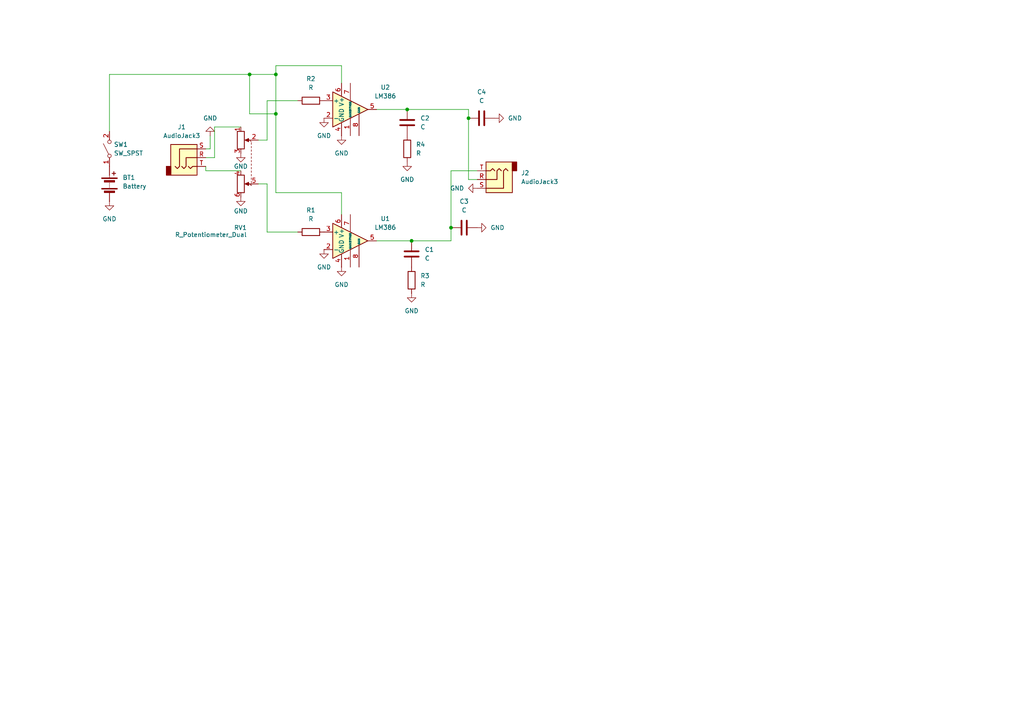
<source format=kicad_sch>
(kicad_sch
	(version 20250114)
	(generator "eeschema")
	(generator_version "9.0")
	(uuid "075c5cdb-a1bb-42a7-98e8-bdba96b0cf55")
	(paper "A4")
	(lib_symbols
		(symbol "Amplifier_Audio:LM386"
			(pin_names
				(offset 0.127)
			)
			(exclude_from_sim no)
			(in_bom yes)
			(on_board yes)
			(property "Reference" "U"
				(at 1.27 7.62 0)
				(effects
					(font
						(size 1.27 1.27)
					)
					(justify left)
				)
			)
			(property "Value" "LM386"
				(at 1.27 5.08 0)
				(effects
					(font
						(size 1.27 1.27)
					)
					(justify left)
				)
			)
			(property "Footprint" ""
				(at 2.54 2.54 0)
				(effects
					(font
						(size 1.27 1.27)
					)
					(hide yes)
				)
			)
			(property "Datasheet" "http://www.ti.com/lit/ds/symlink/lm386.pdf"
				(at 5.08 5.08 0)
				(effects
					(font
						(size 1.27 1.27)
					)
					(hide yes)
				)
			)
			(property "Description" "Low Voltage Audio Power Amplifier, DIP-8/SOIC-8/SSOP-8"
				(at 0 0 0)
				(effects
					(font
						(size 1.27 1.27)
					)
					(hide yes)
				)
			)
			(property "ki_keywords" "single Power opamp"
				(at 0 0 0)
				(effects
					(font
						(size 1.27 1.27)
					)
					(hide yes)
				)
			)
			(property "ki_fp_filters" "SOIC*3.9x4.9mm*P1.27mm* DIP*W7.62mm* MSSOP*P0.65mm* TSSOP*3x3mm*P0.5mm*"
				(at 0 0 0)
				(effects
					(font
						(size 1.27 1.27)
					)
					(hide yes)
				)
			)
			(symbol "LM386_0_1"
				(polyline
					(pts
						(xy 5.08 0) (xy -5.08 5.08) (xy -5.08 -5.08) (xy 5.08 0)
					)
					(stroke
						(width 0.254)
						(type default)
					)
					(fill
						(type background)
					)
				)
			)
			(symbol "LM386_1_1"
				(pin input line
					(at -7.62 2.54 0)
					(length 2.54)
					(name "+"
						(effects
							(font
								(size 1.27 1.27)
							)
						)
					)
					(number "3"
						(effects
							(font
								(size 1.27 1.27)
							)
						)
					)
				)
				(pin input line
					(at -7.62 -2.54 0)
					(length 2.54)
					(name "-"
						(effects
							(font
								(size 1.27 1.27)
							)
						)
					)
					(number "2"
						(effects
							(font
								(size 1.27 1.27)
							)
						)
					)
				)
				(pin power_in line
					(at -2.54 7.62 270)
					(length 3.81)
					(name "V+"
						(effects
							(font
								(size 1.27 1.27)
							)
						)
					)
					(number "6"
						(effects
							(font
								(size 1.27 1.27)
							)
						)
					)
				)
				(pin power_in line
					(at -2.54 -7.62 90)
					(length 3.81)
					(name "GND"
						(effects
							(font
								(size 1.27 1.27)
							)
						)
					)
					(number "4"
						(effects
							(font
								(size 1.27 1.27)
							)
						)
					)
				)
				(pin input line
					(at 0 7.62 270)
					(length 5.08)
					(name "BYPASS"
						(effects
							(font
								(size 0.508 0.508)
							)
						)
					)
					(number "7"
						(effects
							(font
								(size 1.27 1.27)
							)
						)
					)
				)
				(pin input line
					(at 0 -7.62 90)
					(length 5.08)
					(name "GAIN"
						(effects
							(font
								(size 0.508 0.508)
							)
						)
					)
					(number "1"
						(effects
							(font
								(size 1.27 1.27)
							)
						)
					)
				)
				(pin input line
					(at 2.54 -7.62 90)
					(length 6.35)
					(name "GAIN"
						(effects
							(font
								(size 0.508 0.508)
							)
						)
					)
					(number "8"
						(effects
							(font
								(size 1.27 1.27)
							)
						)
					)
				)
				(pin output line
					(at 7.62 0 180)
					(length 2.54)
					(name "~"
						(effects
							(font
								(size 1.27 1.27)
							)
						)
					)
					(number "5"
						(effects
							(font
								(size 1.27 1.27)
							)
						)
					)
				)
			)
			(embedded_fonts no)
		)
		(symbol "Connector_Audio:AudioJack3"
			(exclude_from_sim no)
			(in_bom yes)
			(on_board yes)
			(property "Reference" "J"
				(at 0 8.89 0)
				(effects
					(font
						(size 1.27 1.27)
					)
				)
			)
			(property "Value" "AudioJack3"
				(at 0 6.35 0)
				(effects
					(font
						(size 1.27 1.27)
					)
				)
			)
			(property "Footprint" ""
				(at 0 0 0)
				(effects
					(font
						(size 1.27 1.27)
					)
					(hide yes)
				)
			)
			(property "Datasheet" "~"
				(at 0 0 0)
				(effects
					(font
						(size 1.27 1.27)
					)
					(hide yes)
				)
			)
			(property "Description" "Audio Jack, 3 Poles (Stereo / TRS)"
				(at 0 0 0)
				(effects
					(font
						(size 1.27 1.27)
					)
					(hide yes)
				)
			)
			(property "ki_keywords" "audio jack receptacle stereo headphones phones TRS connector"
				(at 0 0 0)
				(effects
					(font
						(size 1.27 1.27)
					)
					(hide yes)
				)
			)
			(property "ki_fp_filters" "Jack*"
				(at 0 0 0)
				(effects
					(font
						(size 1.27 1.27)
					)
					(hide yes)
				)
			)
			(symbol "AudioJack3_0_1"
				(rectangle
					(start -5.08 -5.08)
					(end -6.35 -2.54)
					(stroke
						(width 0.254)
						(type default)
					)
					(fill
						(type outline)
					)
				)
				(polyline
					(pts
						(xy -1.905 -2.54) (xy -1.27 -3.175) (xy -0.635 -2.54) (xy -0.635 0) (xy 2.54 0)
					)
					(stroke
						(width 0.254)
						(type default)
					)
					(fill
						(type none)
					)
				)
				(polyline
					(pts
						(xy 0 -2.54) (xy 0.635 -3.175) (xy 1.27 -2.54) (xy 2.54 -2.54)
					)
					(stroke
						(width 0.254)
						(type default)
					)
					(fill
						(type none)
					)
				)
				(rectangle
					(start 2.54 3.81)
					(end -5.08 -5.08)
					(stroke
						(width 0.254)
						(type default)
					)
					(fill
						(type background)
					)
				)
				(polyline
					(pts
						(xy 2.54 2.54) (xy -2.54 2.54) (xy -2.54 -2.54) (xy -3.175 -3.175) (xy -3.81 -2.54)
					)
					(stroke
						(width 0.254)
						(type default)
					)
					(fill
						(type none)
					)
				)
			)
			(symbol "AudioJack3_1_1"
				(pin passive line
					(at 5.08 2.54 180)
					(length 2.54)
					(name "~"
						(effects
							(font
								(size 1.27 1.27)
							)
						)
					)
					(number "S"
						(effects
							(font
								(size 1.27 1.27)
							)
						)
					)
				)
				(pin passive line
					(at 5.08 0 180)
					(length 2.54)
					(name "~"
						(effects
							(font
								(size 1.27 1.27)
							)
						)
					)
					(number "R"
						(effects
							(font
								(size 1.27 1.27)
							)
						)
					)
				)
				(pin passive line
					(at 5.08 -2.54 180)
					(length 2.54)
					(name "~"
						(effects
							(font
								(size 1.27 1.27)
							)
						)
					)
					(number "T"
						(effects
							(font
								(size 1.27 1.27)
							)
						)
					)
				)
			)
			(embedded_fonts no)
		)
		(symbol "Device:Battery"
			(pin_numbers
				(hide yes)
			)
			(pin_names
				(offset 0)
				(hide yes)
			)
			(exclude_from_sim no)
			(in_bom yes)
			(on_board yes)
			(property "Reference" "BT"
				(at 2.54 2.54 0)
				(effects
					(font
						(size 1.27 1.27)
					)
					(justify left)
				)
			)
			(property "Value" "Battery"
				(at 2.54 0 0)
				(effects
					(font
						(size 1.27 1.27)
					)
					(justify left)
				)
			)
			(property "Footprint" ""
				(at 0 1.524 90)
				(effects
					(font
						(size 1.27 1.27)
					)
					(hide yes)
				)
			)
			(property "Datasheet" "~"
				(at 0 1.524 90)
				(effects
					(font
						(size 1.27 1.27)
					)
					(hide yes)
				)
			)
			(property "Description" "Multiple-cell battery"
				(at 0 0 0)
				(effects
					(font
						(size 1.27 1.27)
					)
					(hide yes)
				)
			)
			(property "ki_keywords" "batt voltage-source cell"
				(at 0 0 0)
				(effects
					(font
						(size 1.27 1.27)
					)
					(hide yes)
				)
			)
			(symbol "Battery_0_1"
				(rectangle
					(start -2.286 1.778)
					(end 2.286 1.524)
					(stroke
						(width 0)
						(type default)
					)
					(fill
						(type outline)
					)
				)
				(rectangle
					(start -2.286 -1.27)
					(end 2.286 -1.524)
					(stroke
						(width 0)
						(type default)
					)
					(fill
						(type outline)
					)
				)
				(rectangle
					(start -1.524 1.016)
					(end 1.524 0.508)
					(stroke
						(width 0)
						(type default)
					)
					(fill
						(type outline)
					)
				)
				(rectangle
					(start -1.524 -2.032)
					(end 1.524 -2.54)
					(stroke
						(width 0)
						(type default)
					)
					(fill
						(type outline)
					)
				)
				(polyline
					(pts
						(xy 0 1.778) (xy 0 2.54)
					)
					(stroke
						(width 0)
						(type default)
					)
					(fill
						(type none)
					)
				)
				(polyline
					(pts
						(xy 0 0) (xy 0 0.254)
					)
					(stroke
						(width 0)
						(type default)
					)
					(fill
						(type none)
					)
				)
				(polyline
					(pts
						(xy 0 -0.508) (xy 0 -0.254)
					)
					(stroke
						(width 0)
						(type default)
					)
					(fill
						(type none)
					)
				)
				(polyline
					(pts
						(xy 0 -1.016) (xy 0 -0.762)
					)
					(stroke
						(width 0)
						(type default)
					)
					(fill
						(type none)
					)
				)
				(polyline
					(pts
						(xy 0.762 3.048) (xy 1.778 3.048)
					)
					(stroke
						(width 0.254)
						(type default)
					)
					(fill
						(type none)
					)
				)
				(polyline
					(pts
						(xy 1.27 3.556) (xy 1.27 2.54)
					)
					(stroke
						(width 0.254)
						(type default)
					)
					(fill
						(type none)
					)
				)
			)
			(symbol "Battery_1_1"
				(pin passive line
					(at 0 5.08 270)
					(length 2.54)
					(name "+"
						(effects
							(font
								(size 1.27 1.27)
							)
						)
					)
					(number "1"
						(effects
							(font
								(size 1.27 1.27)
							)
						)
					)
				)
				(pin passive line
					(at 0 -5.08 90)
					(length 2.54)
					(name "-"
						(effects
							(font
								(size 1.27 1.27)
							)
						)
					)
					(number "2"
						(effects
							(font
								(size 1.27 1.27)
							)
						)
					)
				)
			)
			(embedded_fonts no)
		)
		(symbol "Device:C"
			(pin_numbers
				(hide yes)
			)
			(pin_names
				(offset 0.254)
			)
			(exclude_from_sim no)
			(in_bom yes)
			(on_board yes)
			(property "Reference" "C"
				(at 0.635 2.54 0)
				(effects
					(font
						(size 1.27 1.27)
					)
					(justify left)
				)
			)
			(property "Value" "C"
				(at 0.635 -2.54 0)
				(effects
					(font
						(size 1.27 1.27)
					)
					(justify left)
				)
			)
			(property "Footprint" ""
				(at 0.9652 -3.81 0)
				(effects
					(font
						(size 1.27 1.27)
					)
					(hide yes)
				)
			)
			(property "Datasheet" "~"
				(at 0 0 0)
				(effects
					(font
						(size 1.27 1.27)
					)
					(hide yes)
				)
			)
			(property "Description" "Unpolarized capacitor"
				(at 0 0 0)
				(effects
					(font
						(size 1.27 1.27)
					)
					(hide yes)
				)
			)
			(property "ki_keywords" "cap capacitor"
				(at 0 0 0)
				(effects
					(font
						(size 1.27 1.27)
					)
					(hide yes)
				)
			)
			(property "ki_fp_filters" "C_*"
				(at 0 0 0)
				(effects
					(font
						(size 1.27 1.27)
					)
					(hide yes)
				)
			)
			(symbol "C_0_1"
				(polyline
					(pts
						(xy -2.032 0.762) (xy 2.032 0.762)
					)
					(stroke
						(width 0.508)
						(type default)
					)
					(fill
						(type none)
					)
				)
				(polyline
					(pts
						(xy -2.032 -0.762) (xy 2.032 -0.762)
					)
					(stroke
						(width 0.508)
						(type default)
					)
					(fill
						(type none)
					)
				)
			)
			(symbol "C_1_1"
				(pin passive line
					(at 0 3.81 270)
					(length 2.794)
					(name "~"
						(effects
							(font
								(size 1.27 1.27)
							)
						)
					)
					(number "1"
						(effects
							(font
								(size 1.27 1.27)
							)
						)
					)
				)
				(pin passive line
					(at 0 -3.81 90)
					(length 2.794)
					(name "~"
						(effects
							(font
								(size 1.27 1.27)
							)
						)
					)
					(number "2"
						(effects
							(font
								(size 1.27 1.27)
							)
						)
					)
				)
			)
			(embedded_fonts no)
		)
		(symbol "Device:R"
			(pin_numbers
				(hide yes)
			)
			(pin_names
				(offset 0)
			)
			(exclude_from_sim no)
			(in_bom yes)
			(on_board yes)
			(property "Reference" "R"
				(at 2.032 0 90)
				(effects
					(font
						(size 1.27 1.27)
					)
				)
			)
			(property "Value" "R"
				(at 0 0 90)
				(effects
					(font
						(size 1.27 1.27)
					)
				)
			)
			(property "Footprint" ""
				(at -1.778 0 90)
				(effects
					(font
						(size 1.27 1.27)
					)
					(hide yes)
				)
			)
			(property "Datasheet" "~"
				(at 0 0 0)
				(effects
					(font
						(size 1.27 1.27)
					)
					(hide yes)
				)
			)
			(property "Description" "Resistor"
				(at 0 0 0)
				(effects
					(font
						(size 1.27 1.27)
					)
					(hide yes)
				)
			)
			(property "ki_keywords" "R res resistor"
				(at 0 0 0)
				(effects
					(font
						(size 1.27 1.27)
					)
					(hide yes)
				)
			)
			(property "ki_fp_filters" "R_*"
				(at 0 0 0)
				(effects
					(font
						(size 1.27 1.27)
					)
					(hide yes)
				)
			)
			(symbol "R_0_1"
				(rectangle
					(start -1.016 -2.54)
					(end 1.016 2.54)
					(stroke
						(width 0.254)
						(type default)
					)
					(fill
						(type none)
					)
				)
			)
			(symbol "R_1_1"
				(pin passive line
					(at 0 3.81 270)
					(length 1.27)
					(name "~"
						(effects
							(font
								(size 1.27 1.27)
							)
						)
					)
					(number "1"
						(effects
							(font
								(size 1.27 1.27)
							)
						)
					)
				)
				(pin passive line
					(at 0 -3.81 90)
					(length 1.27)
					(name "~"
						(effects
							(font
								(size 1.27 1.27)
							)
						)
					)
					(number "2"
						(effects
							(font
								(size 1.27 1.27)
							)
						)
					)
				)
			)
			(embedded_fonts no)
		)
		(symbol "Device:R_Potentiometer_Dual"
			(pin_names
				(offset 1.016)
				(hide yes)
			)
			(exclude_from_sim no)
			(in_bom yes)
			(on_board yes)
			(property "Reference" "RV"
				(at 0 3.81 0)
				(effects
					(font
						(size 1.27 1.27)
					)
				)
			)
			(property "Value" "R_Potentiometer_Dual"
				(at 0 1.905 0)
				(effects
					(font
						(size 1.27 1.27)
					)
				)
			)
			(property "Footprint" ""
				(at 6.35 -1.905 0)
				(effects
					(font
						(size 1.27 1.27)
					)
					(hide yes)
				)
			)
			(property "Datasheet" "~"
				(at 6.35 -1.905 0)
				(effects
					(font
						(size 1.27 1.27)
					)
					(hide yes)
				)
			)
			(property "Description" "Dual potentiometer"
				(at 0 0 0)
				(effects
					(font
						(size 1.27 1.27)
					)
					(hide yes)
				)
			)
			(property "ki_keywords" "resistor variable"
				(at 0 0 0)
				(effects
					(font
						(size 1.27 1.27)
					)
					(hide yes)
				)
			)
			(property "ki_fp_filters" "Potentiometer*"
				(at 0 0 0)
				(effects
					(font
						(size 1.27 1.27)
					)
					(hide yes)
				)
			)
			(symbol "R_Potentiometer_Dual_0_1"
				(rectangle
					(start -8.89 -1.524)
					(end -3.81 -3.556)
					(stroke
						(width 0.254)
						(type default)
					)
					(fill
						(type none)
					)
				)
				(polyline
					(pts
						(xy -6.35 0) (xy -6.35 -1.016)
					)
					(stroke
						(width 0)
						(type default)
					)
					(fill
						(type none)
					)
				)
				(polyline
					(pts
						(xy -6.35 0) (xy -6.35 -1.016)
					)
					(stroke
						(width 0)
						(type default)
					)
					(fill
						(type none)
					)
				)
				(polyline
					(pts
						(xy -6.35 0) (xy -5.842 0.508)
					)
					(stroke
						(width 0)
						(type default)
					)
					(fill
						(type none)
					)
				)
				(polyline
					(pts
						(xy -6.35 -1.397) (xy -6.858 -0.254) (xy -5.842 -0.254) (xy -6.35 -1.397)
					)
					(stroke
						(width 0)
						(type default)
					)
					(fill
						(type outline)
					)
				)
				(polyline
					(pts
						(xy -5.588 0.508) (xy -5.08 0.508)
					)
					(stroke
						(width 0)
						(type default)
					)
					(fill
						(type none)
					)
				)
				(polyline
					(pts
						(xy -4.572 0.508) (xy -4.064 0.508)
					)
					(stroke
						(width 0)
						(type default)
					)
					(fill
						(type none)
					)
				)
				(polyline
					(pts
						(xy -3.556 0.508) (xy -3.048 0.508)
					)
					(stroke
						(width 0)
						(type default)
					)
					(fill
						(type none)
					)
				)
				(polyline
					(pts
						(xy -2.54 0.508) (xy -2.032 0.508)
					)
					(stroke
						(width 0)
						(type default)
					)
					(fill
						(type none)
					)
				)
				(polyline
					(pts
						(xy -1.524 0.508) (xy -1.016 0.508)
					)
					(stroke
						(width 0)
						(type default)
					)
					(fill
						(type none)
					)
				)
				(polyline
					(pts
						(xy -0.508 0.508) (xy 0 0.508)
					)
					(stroke
						(width 0)
						(type default)
					)
					(fill
						(type none)
					)
				)
				(polyline
					(pts
						(xy 0.508 0.508) (xy 1.016 0.508)
					)
					(stroke
						(width 0)
						(type default)
					)
					(fill
						(type none)
					)
				)
				(polyline
					(pts
						(xy 1.524 0.508) (xy 2.032 0.508)
					)
					(stroke
						(width 0)
						(type default)
					)
					(fill
						(type none)
					)
				)
				(polyline
					(pts
						(xy 2.54 0.508) (xy 3.048 0.508)
					)
					(stroke
						(width 0)
						(type default)
					)
					(fill
						(type none)
					)
				)
				(polyline
					(pts
						(xy 3.556 0.508) (xy 4.064 0.508)
					)
					(stroke
						(width 0)
						(type default)
					)
					(fill
						(type none)
					)
				)
				(rectangle
					(start 3.81 -1.524)
					(end 8.89 -3.556)
					(stroke
						(width 0.254)
						(type default)
					)
					(fill
						(type none)
					)
				)
				(polyline
					(pts
						(xy 4.572 0.508) (xy 5.08 0.508)
					)
					(stroke
						(width 0)
						(type default)
					)
					(fill
						(type none)
					)
				)
				(polyline
					(pts
						(xy 5.588 0.508) (xy 6.096 0.508)
					)
					(stroke
						(width 0)
						(type default)
					)
					(fill
						(type none)
					)
				)
				(polyline
					(pts
						(xy 6.35 0) (xy 6.35 -1.016)
					)
					(stroke
						(width 0)
						(type default)
					)
					(fill
						(type none)
					)
				)
				(polyline
					(pts
						(xy 6.35 0) (xy 6.35 -1.016)
					)
					(stroke
						(width 0)
						(type default)
					)
					(fill
						(type none)
					)
				)
				(polyline
					(pts
						(xy 6.35 -1.397) (xy 5.842 -0.254) (xy 6.858 -0.254) (xy 6.35 -1.397)
					)
					(stroke
						(width 0)
						(type default)
					)
					(fill
						(type outline)
					)
				)
				(polyline
					(pts
						(xy 6.604 0.508) (xy 6.858 0.508) (xy 6.35 0)
					)
					(stroke
						(width 0)
						(type default)
					)
					(fill
						(type none)
					)
				)
			)
			(symbol "R_Potentiometer_Dual_1_1"
				(pin passive line
					(at -10.16 -2.54 0)
					(length 1.27)
					(name "1"
						(effects
							(font
								(size 1.27 1.27)
							)
						)
					)
					(number "1"
						(effects
							(font
								(size 1.27 1.27)
							)
						)
					)
				)
				(pin passive line
					(at -6.35 2.54 270)
					(length 2.54)
					(name "2"
						(effects
							(font
								(size 1.27 1.27)
							)
						)
					)
					(number "2"
						(effects
							(font
								(size 1.27 1.27)
							)
						)
					)
				)
				(pin passive line
					(at -2.54 -2.54 180)
					(length 1.27)
					(name "3"
						(effects
							(font
								(size 1.27 1.27)
							)
						)
					)
					(number "3"
						(effects
							(font
								(size 1.27 1.27)
							)
						)
					)
				)
				(pin passive line
					(at 2.54 -2.54 0)
					(length 1.27)
					(name "4"
						(effects
							(font
								(size 1.27 1.27)
							)
						)
					)
					(number "4"
						(effects
							(font
								(size 1.27 1.27)
							)
						)
					)
				)
				(pin passive line
					(at 6.35 2.54 270)
					(length 2.54)
					(name "5"
						(effects
							(font
								(size 1.27 1.27)
							)
						)
					)
					(number "5"
						(effects
							(font
								(size 1.27 1.27)
							)
						)
					)
				)
				(pin passive line
					(at 10.16 -2.54 180)
					(length 1.27)
					(name "6"
						(effects
							(font
								(size 1.27 1.27)
							)
						)
					)
					(number "6"
						(effects
							(font
								(size 1.27 1.27)
							)
						)
					)
				)
			)
			(embedded_fonts no)
		)
		(symbol "Switch:SW_SPST"
			(pin_names
				(offset 0)
				(hide yes)
			)
			(exclude_from_sim no)
			(in_bom yes)
			(on_board yes)
			(property "Reference" "SW"
				(at 0 3.175 0)
				(effects
					(font
						(size 1.27 1.27)
					)
				)
			)
			(property "Value" "SW_SPST"
				(at 0 -2.54 0)
				(effects
					(font
						(size 1.27 1.27)
					)
				)
			)
			(property "Footprint" ""
				(at 0 0 0)
				(effects
					(font
						(size 1.27 1.27)
					)
					(hide yes)
				)
			)
			(property "Datasheet" "~"
				(at 0 0 0)
				(effects
					(font
						(size 1.27 1.27)
					)
					(hide yes)
				)
			)
			(property "Description" "Single Pole Single Throw (SPST) switch"
				(at 0 0 0)
				(effects
					(font
						(size 1.27 1.27)
					)
					(hide yes)
				)
			)
			(property "ki_keywords" "switch lever"
				(at 0 0 0)
				(effects
					(font
						(size 1.27 1.27)
					)
					(hide yes)
				)
			)
			(symbol "SW_SPST_0_0"
				(circle
					(center -2.032 0)
					(radius 0.508)
					(stroke
						(width 0)
						(type default)
					)
					(fill
						(type none)
					)
				)
				(polyline
					(pts
						(xy -1.524 0.254) (xy 1.524 1.778)
					)
					(stroke
						(width 0)
						(type default)
					)
					(fill
						(type none)
					)
				)
				(circle
					(center 2.032 0)
					(radius 0.508)
					(stroke
						(width 0)
						(type default)
					)
					(fill
						(type none)
					)
				)
			)
			(symbol "SW_SPST_1_1"
				(pin passive line
					(at -5.08 0 0)
					(length 2.54)
					(name "A"
						(effects
							(font
								(size 1.27 1.27)
							)
						)
					)
					(number "1"
						(effects
							(font
								(size 1.27 1.27)
							)
						)
					)
				)
				(pin passive line
					(at 5.08 0 180)
					(length 2.54)
					(name "B"
						(effects
							(font
								(size 1.27 1.27)
							)
						)
					)
					(number "2"
						(effects
							(font
								(size 1.27 1.27)
							)
						)
					)
				)
			)
			(embedded_fonts no)
		)
		(symbol "power:GND"
			(power)
			(pin_numbers
				(hide yes)
			)
			(pin_names
				(offset 0)
				(hide yes)
			)
			(exclude_from_sim no)
			(in_bom yes)
			(on_board yes)
			(property "Reference" "#PWR"
				(at 0 -6.35 0)
				(effects
					(font
						(size 1.27 1.27)
					)
					(hide yes)
				)
			)
			(property "Value" "GND"
				(at 0 -3.81 0)
				(effects
					(font
						(size 1.27 1.27)
					)
				)
			)
			(property "Footprint" ""
				(at 0 0 0)
				(effects
					(font
						(size 1.27 1.27)
					)
					(hide yes)
				)
			)
			(property "Datasheet" ""
				(at 0 0 0)
				(effects
					(font
						(size 1.27 1.27)
					)
					(hide yes)
				)
			)
			(property "Description" "Power symbol creates a global label with name \"GND\" , ground"
				(at 0 0 0)
				(effects
					(font
						(size 1.27 1.27)
					)
					(hide yes)
				)
			)
			(property "ki_keywords" "global power"
				(at 0 0 0)
				(effects
					(font
						(size 1.27 1.27)
					)
					(hide yes)
				)
			)
			(symbol "GND_0_1"
				(polyline
					(pts
						(xy 0 0) (xy 0 -1.27) (xy 1.27 -1.27) (xy 0 -2.54) (xy -1.27 -1.27) (xy 0 -1.27)
					)
					(stroke
						(width 0)
						(type default)
					)
					(fill
						(type none)
					)
				)
			)
			(symbol "GND_1_1"
				(pin power_in line
					(at 0 0 270)
					(length 0)
					(name "~"
						(effects
							(font
								(size 1.27 1.27)
							)
						)
					)
					(number "1"
						(effects
							(font
								(size 1.27 1.27)
							)
						)
					)
				)
			)
			(embedded_fonts no)
		)
	)
	(junction
		(at 80.01 21.59)
		(diameter 0)
		(color 0 0 0 0)
		(uuid "1cd98063-f474-4232-baf2-0f9e3554dc66")
	)
	(junction
		(at 72.39 21.59)
		(diameter 0)
		(color 0 0 0 0)
		(uuid "39dd1d30-b7ad-4e1d-b0a4-4a8da91c022a")
	)
	(junction
		(at 119.38 69.85)
		(diameter 0)
		(color 0 0 0 0)
		(uuid "44ab2ab1-c145-46d0-b6e9-6ee56e41645b")
	)
	(junction
		(at 130.81 66.04)
		(diameter 0)
		(color 0 0 0 0)
		(uuid "4ffb42e1-74a1-446d-a80b-2624083d8497")
	)
	(junction
		(at 135.89 34.29)
		(diameter 0)
		(color 0 0 0 0)
		(uuid "8081d591-7e13-4aa3-aa84-629fffb46538")
	)
	(junction
		(at 80.01 33.02)
		(diameter 0)
		(color 0 0 0 0)
		(uuid "ca6cbd3d-139a-4419-9ef4-890daa1bbc7f")
	)
	(junction
		(at 118.11 31.75)
		(diameter 0)
		(color 0 0 0 0)
		(uuid "d8ffb616-cb1a-4527-ba9e-08d6558d9c5e")
	)
	(wire
		(pts
			(xy 109.22 31.75) (xy 118.11 31.75)
		)
		(stroke
			(width 0)
			(type default)
		)
		(uuid "078aa313-1348-467b-9ad7-020ab6b9543a")
	)
	(wire
		(pts
			(xy 59.69 49.53) (xy 69.85 49.53)
		)
		(stroke
			(width 0)
			(type default)
		)
		(uuid "12b695a6-3435-4593-a088-c5eb129fea16")
	)
	(wire
		(pts
			(xy 109.22 69.85) (xy 119.38 69.85)
		)
		(stroke
			(width 0)
			(type default)
		)
		(uuid "2c2a00a8-1c30-4fa9-9291-92ba88e0439c")
	)
	(wire
		(pts
			(xy 69.85 36.83) (xy 62.23 36.83)
		)
		(stroke
			(width 0)
			(type default)
		)
		(uuid "345b38b2-1f65-4019-9d49-0fc3087294ba")
	)
	(wire
		(pts
			(xy 135.89 52.07) (xy 138.43 52.07)
		)
		(stroke
			(width 0)
			(type default)
		)
		(uuid "3e940b62-fe0d-4ad4-9926-c2944438d810")
	)
	(wire
		(pts
			(xy 31.75 21.59) (xy 72.39 21.59)
		)
		(stroke
			(width 0)
			(type default)
		)
		(uuid "421db368-67e3-4b64-9a27-6500c76956c1")
	)
	(wire
		(pts
			(xy 119.38 69.85) (xy 130.81 69.85)
		)
		(stroke
			(width 0)
			(type default)
		)
		(uuid "4b4c20e4-5873-4bf1-a75e-36dfaa8bf973")
	)
	(wire
		(pts
			(xy 80.01 19.05) (xy 80.01 21.59)
		)
		(stroke
			(width 0)
			(type default)
		)
		(uuid "4f3e0f0d-c4f8-40f0-82df-73475adc1772")
	)
	(wire
		(pts
			(xy 72.39 33.02) (xy 80.01 33.02)
		)
		(stroke
			(width 0)
			(type default)
		)
		(uuid "512ad4dd-ef42-4e49-8bf8-8407d1dea3b0")
	)
	(wire
		(pts
			(xy 130.81 69.85) (xy 130.81 66.04)
		)
		(stroke
			(width 0)
			(type default)
		)
		(uuid "5e57b650-f30c-4f8b-8a2f-25facc79dc8b")
	)
	(wire
		(pts
			(xy 80.01 21.59) (xy 80.01 33.02)
		)
		(stroke
			(width 0)
			(type default)
		)
		(uuid "68189954-5559-4d86-86af-f4c0da1ddb41")
	)
	(wire
		(pts
			(xy 99.06 55.88) (xy 99.06 62.23)
		)
		(stroke
			(width 0)
			(type default)
		)
		(uuid "68c9a22b-9b50-4ca2-bac0-d095cc6fa0ce")
	)
	(wire
		(pts
			(xy 130.81 49.53) (xy 138.43 49.53)
		)
		(stroke
			(width 0)
			(type default)
		)
		(uuid "6ae1722b-b776-4ac0-8bb4-b20432f263f7")
	)
	(wire
		(pts
			(xy 99.06 19.05) (xy 99.06 24.13)
		)
		(stroke
			(width 0)
			(type default)
		)
		(uuid "72c807fd-b0f0-4668-8589-276b84d072ee")
	)
	(wire
		(pts
			(xy 118.11 31.75) (xy 135.89 31.75)
		)
		(stroke
			(width 0)
			(type default)
		)
		(uuid "7788f91d-5f43-4f2e-8389-99b05cd6c3c6")
	)
	(wire
		(pts
			(xy 77.47 29.21) (xy 77.47 40.64)
		)
		(stroke
			(width 0)
			(type default)
		)
		(uuid "7f7c2fb4-0775-48b5-9d3a-317d9da55b1a")
	)
	(wire
		(pts
			(xy 60.96 39.37) (xy 60.96 43.18)
		)
		(stroke
			(width 0)
			(type default)
		)
		(uuid "85c87499-ec76-47f5-b25e-0be12aa563f4")
	)
	(wire
		(pts
			(xy 62.23 36.83) (xy 62.23 45.72)
		)
		(stroke
			(width 0)
			(type default)
		)
		(uuid "87f3a9de-a4f9-4a5d-a614-6a7dd95f5edb")
	)
	(wire
		(pts
			(xy 77.47 40.64) (xy 74.93 40.64)
		)
		(stroke
			(width 0)
			(type default)
		)
		(uuid "96486780-5233-4bed-8143-d3d2bb1c5b06")
	)
	(wire
		(pts
			(xy 135.89 31.75) (xy 135.89 34.29)
		)
		(stroke
			(width 0)
			(type default)
		)
		(uuid "9e6eda3b-02ad-4259-8acb-5a55e63813b8")
	)
	(wire
		(pts
			(xy 62.23 45.72) (xy 59.69 45.72)
		)
		(stroke
			(width 0)
			(type default)
		)
		(uuid "a407f2c6-a8d9-4632-8ec3-f89e0f2920b8")
	)
	(wire
		(pts
			(xy 135.89 34.29) (xy 135.89 52.07)
		)
		(stroke
			(width 0)
			(type default)
		)
		(uuid "a82eff35-61cd-40a0-b856-f57a90ce9358")
	)
	(wire
		(pts
			(xy 59.69 48.26) (xy 59.69 49.53)
		)
		(stroke
			(width 0)
			(type default)
		)
		(uuid "ac0636ce-19f7-4ecd-b0d5-415f9a4887ee")
	)
	(wire
		(pts
			(xy 72.39 21.59) (xy 72.39 33.02)
		)
		(stroke
			(width 0)
			(type default)
		)
		(uuid "ac99ba9a-c3ea-48d0-8420-ad5456515067")
	)
	(wire
		(pts
			(xy 77.47 53.34) (xy 77.47 67.31)
		)
		(stroke
			(width 0)
			(type default)
		)
		(uuid "b12eacb3-2604-4125-b0bf-66afe86a3670")
	)
	(wire
		(pts
			(xy 130.81 66.04) (xy 130.81 49.53)
		)
		(stroke
			(width 0)
			(type default)
		)
		(uuid "bb27b212-2280-425b-bdcc-1bd9bfaaef74")
	)
	(wire
		(pts
			(xy 80.01 55.88) (xy 99.06 55.88)
		)
		(stroke
			(width 0)
			(type default)
		)
		(uuid "c836170b-58e5-4270-8ba0-3695441f5f67")
	)
	(wire
		(pts
			(xy 80.01 33.02) (xy 80.01 55.88)
		)
		(stroke
			(width 0)
			(type default)
		)
		(uuid "c9fbb238-1bbb-4d01-a3fa-dd3253e2c1c7")
	)
	(wire
		(pts
			(xy 31.75 38.1) (xy 31.75 21.59)
		)
		(stroke
			(width 0)
			(type default)
		)
		(uuid "d3352ddd-8c77-4e96-80c2-b67bd8ba17d0")
	)
	(wire
		(pts
			(xy 80.01 19.05) (xy 99.06 19.05)
		)
		(stroke
			(width 0)
			(type default)
		)
		(uuid "e46753f4-f12d-4a7d-98b2-007fec2d94df")
	)
	(wire
		(pts
			(xy 72.39 21.59) (xy 80.01 21.59)
		)
		(stroke
			(width 0)
			(type default)
		)
		(uuid "ea5569af-c868-449a-a4c9-d3a0de917e98")
	)
	(wire
		(pts
			(xy 77.47 67.31) (xy 86.36 67.31)
		)
		(stroke
			(width 0)
			(type default)
		)
		(uuid "eec83859-a1ae-4438-9df3-778c3c34ff22")
	)
	(wire
		(pts
			(xy 77.47 29.21) (xy 86.36 29.21)
		)
		(stroke
			(width 0)
			(type default)
		)
		(uuid "effbde31-91ab-4a84-86a6-1025d30c78d6")
	)
	(wire
		(pts
			(xy 60.96 43.18) (xy 59.69 43.18)
		)
		(stroke
			(width 0)
			(type default)
		)
		(uuid "f2af91b2-fa84-440a-8f1f-a10d274c60ca")
	)
	(wire
		(pts
			(xy 74.93 53.34) (xy 77.47 53.34)
		)
		(stroke
			(width 0)
			(type default)
		)
		(uuid "fd5998d9-6c91-4653-9323-e68063910d42")
	)
	(symbol
		(lib_id "Device:C")
		(at 134.62 66.04 270)
		(unit 1)
		(exclude_from_sim no)
		(in_bom yes)
		(on_board yes)
		(dnp no)
		(fields_autoplaced yes)
		(uuid "056acb48-2fce-4c0f-962b-fb5d8b25ecb3")
		(property "Reference" "C3"
			(at 134.62 58.42 90)
			(effects
				(font
					(size 1.27 1.27)
				)
			)
		)
		(property "Value" "C"
			(at 134.62 60.96 90)
			(effects
				(font
					(size 1.27 1.27)
				)
			)
		)
		(property "Footprint" "Capacitor_THT:CP_Axial_L21.0mm_D8.0mm_P28.00mm_Horizontal"
			(at 130.81 67.0052 0)
			(effects
				(font
					(size 1.27 1.27)
				)
				(hide yes)
			)
		)
		(property "Datasheet" "~"
			(at 134.62 66.04 0)
			(effects
				(font
					(size 1.27 1.27)
				)
				(hide yes)
			)
		)
		(property "Description" "Unpolarized capacitor"
			(at 134.62 66.04 0)
			(effects
				(font
					(size 1.27 1.27)
				)
				(hide yes)
			)
		)
		(pin "2"
			(uuid "e856a3c6-7bfb-4784-9dbd-e99642fa5e8f")
		)
		(pin "1"
			(uuid "e8f024ed-f89a-42cb-8e23-0f433983e7bc")
		)
		(instances
			(project ""
				(path "/075c5cdb-a1bb-42a7-98e8-bdba96b0cf55"
					(reference "C3")
					(unit 1)
				)
			)
		)
	)
	(symbol
		(lib_id "power:GND")
		(at 138.43 66.04 90)
		(unit 1)
		(exclude_from_sim no)
		(in_bom yes)
		(on_board yes)
		(dnp no)
		(fields_autoplaced yes)
		(uuid "0af8ed38-3414-4501-a354-c437e54eb0a2")
		(property "Reference" "#PWR010"
			(at 144.78 66.04 0)
			(effects
				(font
					(size 1.27 1.27)
				)
				(hide yes)
			)
		)
		(property "Value" "GND"
			(at 142.24 66.0399 90)
			(effects
				(font
					(size 1.27 1.27)
				)
				(justify right)
			)
		)
		(property "Footprint" ""
			(at 138.43 66.04 0)
			(effects
				(font
					(size 1.27 1.27)
				)
				(hide yes)
			)
		)
		(property "Datasheet" ""
			(at 138.43 66.04 0)
			(effects
				(font
					(size 1.27 1.27)
				)
				(hide yes)
			)
		)
		(property "Description" "Power symbol creates a global label with name \"GND\" , ground"
			(at 138.43 66.04 0)
			(effects
				(font
					(size 1.27 1.27)
				)
				(hide yes)
			)
		)
		(pin "1"
			(uuid "86986a5e-5e6c-4898-909e-82b85fb9926f")
		)
		(instances
			(project ""
				(path "/075c5cdb-a1bb-42a7-98e8-bdba96b0cf55"
					(reference "#PWR010")
					(unit 1)
				)
			)
		)
	)
	(symbol
		(lib_id "power:GND")
		(at 143.51 34.29 90)
		(unit 1)
		(exclude_from_sim no)
		(in_bom yes)
		(on_board yes)
		(dnp no)
		(fields_autoplaced yes)
		(uuid "11743e34-9c0b-4e9b-a2b7-4ccd4d350223")
		(property "Reference" "#PWR011"
			(at 149.86 34.29 0)
			(effects
				(font
					(size 1.27 1.27)
				)
				(hide yes)
			)
		)
		(property "Value" "GND"
			(at 147.32 34.2899 90)
			(effects
				(font
					(size 1.27 1.27)
				)
				(justify right)
			)
		)
		(property "Footprint" ""
			(at 143.51 34.29 0)
			(effects
				(font
					(size 1.27 1.27)
				)
				(hide yes)
			)
		)
		(property "Datasheet" ""
			(at 143.51 34.29 0)
			(effects
				(font
					(size 1.27 1.27)
				)
				(hide yes)
			)
		)
		(property "Description" "Power symbol creates a global label with name \"GND\" , ground"
			(at 143.51 34.29 0)
			(effects
				(font
					(size 1.27 1.27)
				)
				(hide yes)
			)
		)
		(pin "1"
			(uuid "f195121c-946e-4d6e-8e75-60d1bdb7ff80")
		)
		(instances
			(project "theearbuster"
				(path "/075c5cdb-a1bb-42a7-98e8-bdba96b0cf55"
					(reference "#PWR011")
					(unit 1)
				)
			)
		)
	)
	(symbol
		(lib_id "power:GND")
		(at 69.85 44.45 0)
		(unit 1)
		(exclude_from_sim no)
		(in_bom yes)
		(on_board yes)
		(dnp no)
		(uuid "1c40aed4-9353-4f01-bd7f-221590e213d0")
		(property "Reference" "#PWR01"
			(at 69.85 50.8 0)
			(effects
				(font
					(size 1.27 1.27)
				)
				(hide yes)
			)
		)
		(property "Value" "GND"
			(at 69.85 48.26 0)
			(effects
				(font
					(size 1.27 1.27)
				)
			)
		)
		(property "Footprint" ""
			(at 69.85 44.45 0)
			(effects
				(font
					(size 1.27 1.27)
				)
				(hide yes)
			)
		)
		(property "Datasheet" ""
			(at 69.85 44.45 0)
			(effects
				(font
					(size 1.27 1.27)
				)
				(hide yes)
			)
		)
		(property "Description" "Power symbol creates a global label with name \"GND\" , ground"
			(at 69.85 44.45 0)
			(effects
				(font
					(size 1.27 1.27)
				)
				(hide yes)
			)
		)
		(pin "1"
			(uuid "78c13706-cbe5-4408-9e16-2bb89cd638e8")
		)
		(instances
			(project ""
				(path "/075c5cdb-a1bb-42a7-98e8-bdba96b0cf55"
					(reference "#PWR01")
					(unit 1)
				)
			)
		)
	)
	(symbol
		(lib_id "Amplifier_Audio:LM386")
		(at 101.6 31.75 0)
		(unit 1)
		(exclude_from_sim no)
		(in_bom yes)
		(on_board yes)
		(dnp no)
		(fields_autoplaced yes)
		(uuid "252da62d-dec5-4b05-8704-037647e7062a")
		(property "Reference" "U2"
			(at 111.76 25.3298 0)
			(effects
				(font
					(size 1.27 1.27)
				)
			)
		)
		(property "Value" "LM386"
			(at 111.76 27.8698 0)
			(effects
				(font
					(size 1.27 1.27)
				)
			)
		)
		(property "Footprint" "Package_DIP:DIP-8_W7.62mm"
			(at 104.14 29.21 0)
			(effects
				(font
					(size 1.27 1.27)
				)
				(hide yes)
			)
		)
		(property "Datasheet" "http://www.ti.com/lit/ds/symlink/lm386.pdf"
			(at 106.68 26.67 0)
			(effects
				(font
					(size 1.27 1.27)
				)
				(hide yes)
			)
		)
		(property "Description" "Low Voltage Audio Power Amplifier, DIP-8/SOIC-8/SSOP-8"
			(at 101.6 31.75 0)
			(effects
				(font
					(size 1.27 1.27)
				)
				(hide yes)
			)
		)
		(pin "2"
			(uuid "dded437c-5755-4b9e-964c-29e1d69226ad")
		)
		(pin "1"
			(uuid "4250bbe9-7a7e-4e4a-bbee-22f616304781")
		)
		(pin "3"
			(uuid "d0f16b8f-1105-4b99-929f-656ba745556a")
		)
		(pin "6"
			(uuid "b1c1efea-b74c-414e-9478-ee91dda1d1c9")
		)
		(pin "4"
			(uuid "215e9fbc-8306-4a07-acee-ebbc79d9b033")
		)
		(pin "7"
			(uuid "889222cd-4117-4b31-a0a2-cec9ed43f322")
		)
		(pin "8"
			(uuid "6958221a-1164-475b-8089-09a2ee8e9190")
		)
		(pin "5"
			(uuid "cafc66c5-14a4-440a-9487-42da1093cc2c")
		)
		(instances
			(project "theearbuster"
				(path "/075c5cdb-a1bb-42a7-98e8-bdba96b0cf55"
					(reference "U2")
					(unit 1)
				)
			)
		)
	)
	(symbol
		(lib_id "power:GND")
		(at 69.85 57.15 0)
		(unit 1)
		(exclude_from_sim no)
		(in_bom yes)
		(on_board yes)
		(dnp no)
		(uuid "2f800fa6-4d40-4db5-aa62-01fc828c49b2")
		(property "Reference" "#PWR0102"
			(at 69.85 63.5 0)
			(effects
				(font
					(size 1.27 1.27)
				)
				(hide yes)
			)
		)
		(property "Value" "GND"
			(at 69.85 61.214 0)
			(effects
				(font
					(size 1.27 1.27)
				)
			)
		)
		(property "Footprint" ""
			(at 69.85 57.15 0)
			(effects
				(font
					(size 1.27 1.27)
				)
				(hide yes)
			)
		)
		(property "Datasheet" ""
			(at 69.85 57.15 0)
			(effects
				(font
					(size 1.27 1.27)
				)
				(hide yes)
			)
		)
		(property "Description" "Power symbol creates a global label with name \"GND\" , ground"
			(at 69.85 57.15 0)
			(effects
				(font
					(size 1.27 1.27)
				)
				(hide yes)
			)
		)
		(pin "1"
			(uuid "78c13706-cbe5-4408-9e16-2bb89cd638e8")
		)
		(instances
			(project ""
				(path "/075c5cdb-a1bb-42a7-98e8-bdba96b0cf55"
					(reference "#PWR0102")
					(unit 1)
				)
			)
		)
	)
	(symbol
		(lib_id "Device:R_Potentiometer_Dual")
		(at 72.39 46.99 270)
		(unit 1)
		(exclude_from_sim no)
		(in_bom yes)
		(on_board yes)
		(dnp no)
		(uuid "30d02973-7394-467e-9b1c-d78e898c7eb3")
		(property "Reference" "RV1"
			(at 71.628 66.04 90)
			(effects
				(font
					(size 1.27 1.27)
				)
				(justify right)
			)
		)
		(property "Value" "R_Potentiometer_Dual"
			(at 71.628 68.072 90)
			(effects
				(font
					(size 1.27 1.27)
				)
				(justify right)
			)
		)
		(property "Footprint" "Potentiometer_THT:Potentiometer_Bourns_PTV112-4_Dual_Vertical"
			(at 70.485 53.34 0)
			(effects
				(font
					(size 1.27 1.27)
				)
				(hide yes)
			)
		)
		(property "Datasheet" "~"
			(at 70.485 53.34 0)
			(effects
				(font
					(size 1.27 1.27)
				)
				(hide yes)
			)
		)
		(property "Description" "Dual potentiometer"
			(at 72.39 46.99 0)
			(effects
				(font
					(size 1.27 1.27)
				)
				(hide yes)
			)
		)
		(pin "6"
			(uuid "7611e71b-91b4-4c0e-9cff-7f5f8cb5aa20")
		)
		(pin "2"
			(uuid "0ccbfb72-58d7-49f6-b51c-10c2af62ecd4")
		)
		(pin "3"
			(uuid "ea729912-a002-4832-95d4-b42e99f520de")
		)
		(pin "4"
			(uuid "6206ba0f-efd7-4070-b6b5-d1ae350a98aa")
		)
		(pin "1"
			(uuid "1f3c2d5c-c718-470c-8b90-b9cc3edf763b")
		)
		(pin "5"
			(uuid "ff7afc01-e208-470b-8d16-4b96925efb4f")
		)
		(instances
			(project ""
				(path "/075c5cdb-a1bb-42a7-98e8-bdba96b0cf55"
					(reference "RV1")
					(unit 1)
				)
			)
		)
	)
	(symbol
		(lib_id "Connector_Audio:AudioJack3")
		(at 54.61 45.72 0)
		(unit 1)
		(exclude_from_sim no)
		(in_bom yes)
		(on_board yes)
		(dnp no)
		(fields_autoplaced yes)
		(uuid "32a45415-99ba-4ead-be99-6e584c328413")
		(property "Reference" "J1"
			(at 52.705 36.83 0)
			(effects
				(font
					(size 1.27 1.27)
				)
			)
		)
		(property "Value" "AudioJack3"
			(at 52.705 39.37 0)
			(effects
				(font
					(size 1.27 1.27)
				)
			)
		)
		(property "Footprint" "Connector_Audio:Jack_3.5mm_PJ320D_Horizontal"
			(at 54.61 45.72 0)
			(effects
				(font
					(size 1.27 1.27)
				)
				(hide yes)
			)
		)
		(property "Datasheet" "~"
			(at 54.61 45.72 0)
			(effects
				(font
					(size 1.27 1.27)
				)
				(hide yes)
			)
		)
		(property "Description" "Audio Jack, 3 Poles (Stereo / TRS)"
			(at 54.61 45.72 0)
			(effects
				(font
					(size 1.27 1.27)
				)
				(hide yes)
			)
		)
		(pin "S"
			(uuid "c171b09d-2efd-4909-9c58-10c2dddf7339")
		)
		(pin "R"
			(uuid "6e2dbc36-31b0-41f6-9686-1b75552f5af6")
		)
		(pin "T"
			(uuid "960ea008-6760-48d1-bfd6-1eb2054b6141")
		)
		(instances
			(project ""
				(path "/075c5cdb-a1bb-42a7-98e8-bdba96b0cf55"
					(reference "J1")
					(unit 1)
				)
			)
		)
	)
	(symbol
		(lib_id "Device:C")
		(at 119.38 73.66 0)
		(unit 1)
		(exclude_from_sim no)
		(in_bom yes)
		(on_board yes)
		(dnp no)
		(fields_autoplaced yes)
		(uuid "3471bf1b-33c6-4fe2-971d-cf9658a52fd5")
		(property "Reference" "C1"
			(at 123.19 72.3899 0)
			(effects
				(font
					(size 1.27 1.27)
				)
				(justify left)
			)
		)
		(property "Value" "C"
			(at 123.19 74.9299 0)
			(effects
				(font
					(size 1.27 1.27)
				)
				(justify left)
			)
		)
		(property "Footprint" "Capacitor_THT:C_Rect_L9.0mm_W6.7mm_P7.50mm_MKT"
			(at 120.3452 77.47 0)
			(effects
				(font
					(size 1.27 1.27)
				)
				(hide yes)
			)
		)
		(property "Datasheet" "~"
			(at 119.38 73.66 0)
			(effects
				(font
					(size 1.27 1.27)
				)
				(hide yes)
			)
		)
		(property "Description" "Unpolarized capacitor"
			(at 119.38 73.66 0)
			(effects
				(font
					(size 1.27 1.27)
				)
				(hide yes)
			)
		)
		(pin "1"
			(uuid "53d04e70-0159-40cf-8081-babd23e78d79")
		)
		(pin "2"
			(uuid "4b754da8-b022-4d16-9044-0b68064bc2f1")
		)
		(instances
			(project ""
				(path "/075c5cdb-a1bb-42a7-98e8-bdba96b0cf55"
					(reference "C1")
					(unit 1)
				)
			)
		)
	)
	(symbol
		(lib_id "Device:R")
		(at 90.17 29.21 90)
		(unit 1)
		(exclude_from_sim no)
		(in_bom yes)
		(on_board yes)
		(dnp no)
		(fields_autoplaced yes)
		(uuid "395f16f7-6973-4b27-84f5-d77b43bc97c4")
		(property "Reference" "R2"
			(at 90.17 22.86 90)
			(effects
				(font
					(size 1.27 1.27)
				)
			)
		)
		(property "Value" "R"
			(at 90.17 25.4 90)
			(effects
				(font
					(size 1.27 1.27)
				)
			)
		)
		(property "Footprint" "Resistor_THT:R_Axial_DIN0204_L3.6mm_D1.6mm_P1.90mm_Vertical"
			(at 90.17 30.988 90)
			(effects
				(font
					(size 1.27 1.27)
				)
				(hide yes)
			)
		)
		(property "Datasheet" "~"
			(at 90.17 29.21 0)
			(effects
				(font
					(size 1.27 1.27)
				)
				(hide yes)
			)
		)
		(property "Description" "Resistor"
			(at 90.17 29.21 0)
			(effects
				(font
					(size 1.27 1.27)
				)
				(hide yes)
			)
		)
		(pin "1"
			(uuid "49e15a19-2b71-4a13-b4af-0c75b3c83e7b")
		)
		(pin "2"
			(uuid "e4bbe7c9-1380-44a7-a037-cf4524210fbc")
		)
		(instances
			(project "theearbuster"
				(path "/075c5cdb-a1bb-42a7-98e8-bdba96b0cf55"
					(reference "R2")
					(unit 1)
				)
			)
		)
	)
	(symbol
		(lib_id "power:GND")
		(at 93.98 72.39 0)
		(unit 1)
		(exclude_from_sim no)
		(in_bom yes)
		(on_board yes)
		(dnp no)
		(fields_autoplaced yes)
		(uuid "4cb24970-c196-456f-a7a1-4aba6a98ad0d")
		(property "Reference" "#PWR03"
			(at 93.98 78.74 0)
			(effects
				(font
					(size 1.27 1.27)
				)
				(hide yes)
			)
		)
		(property "Value" "GND"
			(at 93.98 77.47 0)
			(effects
				(font
					(size 1.27 1.27)
				)
			)
		)
		(property "Footprint" ""
			(at 93.98 72.39 0)
			(effects
				(font
					(size 1.27 1.27)
				)
				(hide yes)
			)
		)
		(property "Datasheet" ""
			(at 93.98 72.39 0)
			(effects
				(font
					(size 1.27 1.27)
				)
				(hide yes)
			)
		)
		(property "Description" "Power symbol creates a global label with name \"GND\" , ground"
			(at 93.98 72.39 0)
			(effects
				(font
					(size 1.27 1.27)
				)
				(hide yes)
			)
		)
		(pin "1"
			(uuid "bd3fde08-124c-450b-853f-75174a58426b")
		)
		(instances
			(project ""
				(path "/075c5cdb-a1bb-42a7-98e8-bdba96b0cf55"
					(reference "#PWR03")
					(unit 1)
				)
			)
		)
	)
	(symbol
		(lib_id "Device:R")
		(at 118.11 43.18 0)
		(unit 1)
		(exclude_from_sim no)
		(in_bom yes)
		(on_board yes)
		(dnp no)
		(fields_autoplaced yes)
		(uuid "5077722a-ab26-4178-8259-eb175a2f3ac2")
		(property "Reference" "R4"
			(at 120.65 41.9099 0)
			(effects
				(font
					(size 1.27 1.27)
				)
				(justify left)
			)
		)
		(property "Value" "R"
			(at 120.65 44.4499 0)
			(effects
				(font
					(size 1.27 1.27)
				)
				(justify left)
			)
		)
		(property "Footprint" "Resistor_THT:R_Axial_DIN0204_L3.6mm_D1.6mm_P1.90mm_Vertical"
			(at 116.332 43.18 90)
			(effects
				(font
					(size 1.27 1.27)
				)
				(hide yes)
			)
		)
		(property "Datasheet" "~"
			(at 118.11 43.18 0)
			(effects
				(font
					(size 1.27 1.27)
				)
				(hide yes)
			)
		)
		(property "Description" "Resistor"
			(at 118.11 43.18 0)
			(effects
				(font
					(size 1.27 1.27)
				)
				(hide yes)
			)
		)
		(pin "1"
			(uuid "b77725af-5397-4b4e-a9ee-12eb4e23d211")
		)
		(pin "2"
			(uuid "d32616fa-cadb-4f53-a606-5bba6bf79544")
		)
		(instances
			(project "theearbuster"
				(path "/075c5cdb-a1bb-42a7-98e8-bdba96b0cf55"
					(reference "R4")
					(unit 1)
				)
			)
		)
	)
	(symbol
		(lib_id "Device:Battery")
		(at 31.75 53.34 0)
		(unit 1)
		(exclude_from_sim no)
		(in_bom yes)
		(on_board yes)
		(dnp no)
		(fields_autoplaced yes)
		(uuid "6029913f-6f31-48a1-9d4a-de6157a03f80")
		(property "Reference" "BT1"
			(at 35.56 51.4984 0)
			(effects
				(font
					(size 1.27 1.27)
				)
				(justify left)
			)
		)
		(property "Value" "Battery"
			(at 35.56 54.0384 0)
			(effects
				(font
					(size 1.27 1.27)
				)
				(justify left)
			)
		)
		(property "Footprint" "Battery:BatteryHolder_MPD_BA9VPC_1xPP3"
			(at 31.75 51.816 90)
			(effects
				(font
					(size 1.27 1.27)
				)
				(hide yes)
			)
		)
		(property "Datasheet" "~"
			(at 31.75 51.816 90)
			(effects
				(font
					(size 1.27 1.27)
				)
				(hide yes)
			)
		)
		(property "Description" "Multiple-cell battery"
			(at 31.75 53.34 0)
			(effects
				(font
					(size 1.27 1.27)
				)
				(hide yes)
			)
		)
		(pin "1"
			(uuid "628b22f8-e7f4-48e6-b285-2375ce61f3b4")
		)
		(pin "2"
			(uuid "e540a621-0146-4aa7-af8e-0c69071836a3")
		)
		(instances
			(project ""
				(path "/075c5cdb-a1bb-42a7-98e8-bdba96b0cf55"
					(reference "BT1")
					(unit 1)
				)
			)
		)
	)
	(symbol
		(lib_id "power:GND")
		(at 119.38 85.09 0)
		(unit 1)
		(exclude_from_sim no)
		(in_bom yes)
		(on_board yes)
		(dnp no)
		(fields_autoplaced yes)
		(uuid "6845d235-8133-4883-91f2-47f9c2d7d382")
		(property "Reference" "#PWR08"
			(at 119.38 91.44 0)
			(effects
				(font
					(size 1.27 1.27)
				)
				(hide yes)
			)
		)
		(property "Value" "GND"
			(at 119.38 90.17 0)
			(effects
				(font
					(size 1.27 1.27)
				)
			)
		)
		(property "Footprint" ""
			(at 119.38 85.09 0)
			(effects
				(font
					(size 1.27 1.27)
				)
				(hide yes)
			)
		)
		(property "Datasheet" ""
			(at 119.38 85.09 0)
			(effects
				(font
					(size 1.27 1.27)
				)
				(hide yes)
			)
		)
		(property "Description" "Power symbol creates a global label with name \"GND\" , ground"
			(at 119.38 85.09 0)
			(effects
				(font
					(size 1.27 1.27)
				)
				(hide yes)
			)
		)
		(pin "1"
			(uuid "8987ae08-0e13-46d9-834c-892fc35a38ff")
		)
		(instances
			(project ""
				(path "/075c5cdb-a1bb-42a7-98e8-bdba96b0cf55"
					(reference "#PWR08")
					(unit 1)
				)
			)
		)
	)
	(symbol
		(lib_id "Device:C")
		(at 118.11 35.56 0)
		(unit 1)
		(exclude_from_sim no)
		(in_bom yes)
		(on_board yes)
		(dnp no)
		(fields_autoplaced yes)
		(uuid "6fcf17cc-537c-4b48-9af4-151baae73941")
		(property "Reference" "C2"
			(at 121.92 34.2899 0)
			(effects
				(font
					(size 1.27 1.27)
				)
				(justify left)
			)
		)
		(property "Value" "C"
			(at 121.92 36.8299 0)
			(effects
				(font
					(size 1.27 1.27)
				)
				(justify left)
			)
		)
		(property "Footprint" "Capacitor_THT:C_Rect_L9.0mm_W6.7mm_P7.50mm_MKT"
			(at 119.0752 39.37 0)
			(effects
				(font
					(size 1.27 1.27)
				)
				(hide yes)
			)
		)
		(property "Datasheet" "~"
			(at 118.11 35.56 0)
			(effects
				(font
					(size 1.27 1.27)
				)
				(hide yes)
			)
		)
		(property "Description" "Unpolarized capacitor"
			(at 118.11 35.56 0)
			(effects
				(font
					(size 1.27 1.27)
				)
				(hide yes)
			)
		)
		(pin "1"
			(uuid "729e683c-272a-42d4-bc29-dca3a3cae59e")
		)
		(pin "2"
			(uuid "040e8217-b18e-450a-a93c-64701b8638f8")
		)
		(instances
			(project "theearbuster"
				(path "/075c5cdb-a1bb-42a7-98e8-bdba96b0cf55"
					(reference "C2")
					(unit 1)
				)
			)
		)
	)
	(symbol
		(lib_id "power:GND")
		(at 99.06 39.37 0)
		(unit 1)
		(exclude_from_sim no)
		(in_bom yes)
		(on_board yes)
		(dnp no)
		(fields_autoplaced yes)
		(uuid "81a02191-ae54-4a49-be3c-2b4ed6b9e376")
		(property "Reference" "#PWR06"
			(at 99.06 45.72 0)
			(effects
				(font
					(size 1.27 1.27)
				)
				(hide yes)
			)
		)
		(property "Value" "GND"
			(at 99.06 44.45 0)
			(effects
				(font
					(size 1.27 1.27)
				)
			)
		)
		(property "Footprint" ""
			(at 99.06 39.37 0)
			(effects
				(font
					(size 1.27 1.27)
				)
				(hide yes)
			)
		)
		(property "Datasheet" ""
			(at 99.06 39.37 0)
			(effects
				(font
					(size 1.27 1.27)
				)
				(hide yes)
			)
		)
		(property "Description" "Power symbol creates a global label with name \"GND\" , ground"
			(at 99.06 39.37 0)
			(effects
				(font
					(size 1.27 1.27)
				)
				(hide yes)
			)
		)
		(pin "1"
			(uuid "4e391689-8a5b-45a2-9dee-2f7722dcaddc")
		)
		(instances
			(project "theearbuster"
				(path "/075c5cdb-a1bb-42a7-98e8-bdba96b0cf55"
					(reference "#PWR06")
					(unit 1)
				)
			)
		)
	)
	(symbol
		(lib_id "Device:R")
		(at 119.38 81.28 0)
		(unit 1)
		(exclude_from_sim no)
		(in_bom yes)
		(on_board yes)
		(dnp no)
		(fields_autoplaced yes)
		(uuid "8695811f-5f36-428b-9647-d07cb400b983")
		(property "Reference" "R3"
			(at 121.92 80.0099 0)
			(effects
				(font
					(size 1.27 1.27)
				)
				(justify left)
			)
		)
		(property "Value" "R"
			(at 121.92 82.5499 0)
			(effects
				(font
					(size 1.27 1.27)
				)
				(justify left)
			)
		)
		(property "Footprint" "Resistor_THT:R_Axial_DIN0204_L3.6mm_D1.6mm_P1.90mm_Vertical"
			(at 117.602 81.28 90)
			(effects
				(font
					(size 1.27 1.27)
				)
				(hide yes)
			)
		)
		(property "Datasheet" "~"
			(at 119.38 81.28 0)
			(effects
				(font
					(size 1.27 1.27)
				)
				(hide yes)
			)
		)
		(property "Description" "Resistor"
			(at 119.38 81.28 0)
			(effects
				(font
					(size 1.27 1.27)
				)
				(hide yes)
			)
		)
		(pin "1"
			(uuid "a5437cb2-ce4d-43bc-9ac5-d8532d3da25c")
		)
		(pin "2"
			(uuid "11d0c7be-7206-46c3-848f-0ea2794ae807")
		)
		(instances
			(project ""
				(path "/075c5cdb-a1bb-42a7-98e8-bdba96b0cf55"
					(reference "R3")
					(unit 1)
				)
			)
		)
	)
	(symbol
		(lib_id "power:GND")
		(at 60.96 39.37 180)
		(unit 1)
		(exclude_from_sim no)
		(in_bom yes)
		(on_board yes)
		(dnp no)
		(fields_autoplaced yes)
		(uuid "95a10fa5-ace6-4802-b4fd-4faf4701d79b")
		(property "Reference" "#PWR07"
			(at 60.96 33.02 0)
			(effects
				(font
					(size 1.27 1.27)
				)
				(hide yes)
			)
		)
		(property "Value" "GND"
			(at 60.96 34.29 0)
			(effects
				(font
					(size 1.27 1.27)
				)
			)
		)
		(property "Footprint" ""
			(at 60.96 39.37 0)
			(effects
				(font
					(size 1.27 1.27)
				)
				(hide yes)
			)
		)
		(property "Datasheet" ""
			(at 60.96 39.37 0)
			(effects
				(font
					(size 1.27 1.27)
				)
				(hide yes)
			)
		)
		(property "Description" "Power symbol creates a global label with name \"GND\" , ground"
			(at 60.96 39.37 0)
			(effects
				(font
					(size 1.27 1.27)
				)
				(hide yes)
			)
		)
		(pin "1"
			(uuid "3c2e0d42-63c3-422e-aa01-ebf67acf4455")
		)
		(instances
			(project ""
				(path "/075c5cdb-a1bb-42a7-98e8-bdba96b0cf55"
					(reference "#PWR07")
					(unit 1)
				)
			)
		)
	)
	(symbol
		(lib_id "power:GND")
		(at 118.11 46.99 0)
		(unit 1)
		(exclude_from_sim no)
		(in_bom yes)
		(on_board yes)
		(dnp no)
		(fields_autoplaced yes)
		(uuid "a2a7309c-e518-4a29-98b7-0aa61f0e14db")
		(property "Reference" "#PWR09"
			(at 118.11 53.34 0)
			(effects
				(font
					(size 1.27 1.27)
				)
				(hide yes)
			)
		)
		(property "Value" "GND"
			(at 118.11 52.07 0)
			(effects
				(font
					(size 1.27 1.27)
				)
			)
		)
		(property "Footprint" ""
			(at 118.11 46.99 0)
			(effects
				(font
					(size 1.27 1.27)
				)
				(hide yes)
			)
		)
		(property "Datasheet" ""
			(at 118.11 46.99 0)
			(effects
				(font
					(size 1.27 1.27)
				)
				(hide yes)
			)
		)
		(property "Description" "Power symbol creates a global label with name \"GND\" , ground"
			(at 118.11 46.99 0)
			(effects
				(font
					(size 1.27 1.27)
				)
				(hide yes)
			)
		)
		(pin "1"
			(uuid "c9f5bc12-56fb-4bfc-8bee-ce5775ea62db")
		)
		(instances
			(project "theearbuster"
				(path "/075c5cdb-a1bb-42a7-98e8-bdba96b0cf55"
					(reference "#PWR09")
					(unit 1)
				)
			)
		)
	)
	(symbol
		(lib_id "Device:C")
		(at 139.7 34.29 270)
		(unit 1)
		(exclude_from_sim no)
		(in_bom yes)
		(on_board yes)
		(dnp no)
		(fields_autoplaced yes)
		(uuid "a9132234-4ef3-40de-b6d9-4125f9dff6cc")
		(property "Reference" "C4"
			(at 139.7 26.67 90)
			(effects
				(font
					(size 1.27 1.27)
				)
			)
		)
		(property "Value" "C"
			(at 139.7 29.21 90)
			(effects
				(font
					(size 1.27 1.27)
				)
			)
		)
		(property "Footprint" "Capacitor_THT:CP_Axial_L21.0mm_D8.0mm_P28.00mm_Horizontal"
			(at 135.89 35.2552 0)
			(effects
				(font
					(size 1.27 1.27)
				)
				(hide yes)
			)
		)
		(property "Datasheet" "~"
			(at 139.7 34.29 0)
			(effects
				(font
					(size 1.27 1.27)
				)
				(hide yes)
			)
		)
		(property "Description" "Unpolarized capacitor"
			(at 139.7 34.29 0)
			(effects
				(font
					(size 1.27 1.27)
				)
				(hide yes)
			)
		)
		(pin "2"
			(uuid "46634fb4-e8ef-4494-a823-56dcae74fb04")
		)
		(pin "1"
			(uuid "ad525d16-cde7-41ed-b635-1cd21204a440")
		)
		(instances
			(project "theearbuster"
				(path "/075c5cdb-a1bb-42a7-98e8-bdba96b0cf55"
					(reference "C4")
					(unit 1)
				)
			)
		)
	)
	(symbol
		(lib_id "power:GND")
		(at 93.98 34.29 0)
		(unit 1)
		(exclude_from_sim no)
		(in_bom yes)
		(on_board yes)
		(dnp no)
		(fields_autoplaced yes)
		(uuid "ac7c0995-1671-4716-9302-6f676f7cf8df")
		(property "Reference" "#PWR04"
			(at 93.98 40.64 0)
			(effects
				(font
					(size 1.27 1.27)
				)
				(hide yes)
			)
		)
		(property "Value" "GND"
			(at 93.98 39.37 0)
			(effects
				(font
					(size 1.27 1.27)
				)
			)
		)
		(property "Footprint" ""
			(at 93.98 34.29 0)
			(effects
				(font
					(size 1.27 1.27)
				)
				(hide yes)
			)
		)
		(property "Datasheet" ""
			(at 93.98 34.29 0)
			(effects
				(font
					(size 1.27 1.27)
				)
				(hide yes)
			)
		)
		(property "Description" "Power symbol creates a global label with name \"GND\" , ground"
			(at 93.98 34.29 0)
			(effects
				(font
					(size 1.27 1.27)
				)
				(hide yes)
			)
		)
		(pin "1"
			(uuid "cd14da04-86b0-4bce-9eab-8541016be460")
		)
		(instances
			(project "theearbuster"
				(path "/075c5cdb-a1bb-42a7-98e8-bdba96b0cf55"
					(reference "#PWR04")
					(unit 1)
				)
			)
		)
	)
	(symbol
		(lib_id "power:GND")
		(at 99.06 77.47 0)
		(unit 1)
		(exclude_from_sim no)
		(in_bom yes)
		(on_board yes)
		(dnp no)
		(fields_autoplaced yes)
		(uuid "b5d7a7a9-4bc3-4492-9f65-b7aaf874c904")
		(property "Reference" "#PWR02"
			(at 99.06 83.82 0)
			(effects
				(font
					(size 1.27 1.27)
				)
				(hide yes)
			)
		)
		(property "Value" "GND"
			(at 99.06 82.55 0)
			(effects
				(font
					(size 1.27 1.27)
				)
			)
		)
		(property "Footprint" ""
			(at 99.06 77.47 0)
			(effects
				(font
					(size 1.27 1.27)
				)
				(hide yes)
			)
		)
		(property "Datasheet" ""
			(at 99.06 77.47 0)
			(effects
				(font
					(size 1.27 1.27)
				)
				(hide yes)
			)
		)
		(property "Description" "Power symbol creates a global label with name \"GND\" , ground"
			(at 99.06 77.47 0)
			(effects
				(font
					(size 1.27 1.27)
				)
				(hide yes)
			)
		)
		(pin "1"
			(uuid "83276258-d4cd-4cfa-8ccf-f215d0976667")
		)
		(instances
			(project ""
				(path "/075c5cdb-a1bb-42a7-98e8-bdba96b0cf55"
					(reference "#PWR02")
					(unit 1)
				)
			)
		)
	)
	(symbol
		(lib_id "Switch:SW_SPST")
		(at 31.75 43.18 90)
		(unit 1)
		(exclude_from_sim no)
		(in_bom yes)
		(on_board yes)
		(dnp no)
		(fields_autoplaced yes)
		(uuid "b70c79c3-e814-4d65-912d-219d61a1162e")
		(property "Reference" "SW1"
			(at 33.02 41.9099 90)
			(effects
				(font
					(size 1.27 1.27)
				)
				(justify right)
			)
		)
		(property "Value" "SW_SPST"
			(at 33.02 44.4499 90)
			(effects
				(font
					(size 1.27 1.27)
				)
				(justify right)
			)
		)
		(property "Footprint" "Button_Switch_SMD:SW_DIP_SPSTx01_Slide_6.7x4.1mm_W6.73mm_P2.54mm_LowProfile_JPin"
			(at 31.75 43.18 0)
			(effects
				(font
					(size 1.27 1.27)
				)
				(hide yes)
			)
		)
		(property "Datasheet" "~"
			(at 31.75 43.18 0)
			(effects
				(font
					(size 1.27 1.27)
				)
				(hide yes)
			)
		)
		(property "Description" "Single Pole Single Throw (SPST) switch"
			(at 31.75 43.18 0)
			(effects
				(font
					(size 1.27 1.27)
				)
				(hide yes)
			)
		)
		(pin "1"
			(uuid "06c07130-cf61-4fa0-a5af-92a83599ac32")
		)
		(pin "2"
			(uuid "aee6519c-58a4-4c12-888a-806c19bbd850")
		)
		(instances
			(project ""
				(path "/075c5cdb-a1bb-42a7-98e8-bdba96b0cf55"
					(reference "SW1")
					(unit 1)
				)
			)
		)
	)
	(symbol
		(lib_id "power:GND")
		(at 138.43 54.61 270)
		(unit 1)
		(exclude_from_sim no)
		(in_bom yes)
		(on_board yes)
		(dnp no)
		(fields_autoplaced yes)
		(uuid "c16a2f71-546c-4dd3-b56a-218aaad0e27a")
		(property "Reference" "#PWR0101"
			(at 132.08 54.61 0)
			(effects
				(font
					(size 1.27 1.27)
				)
				(hide yes)
			)
		)
		(property "Value" "GND"
			(at 134.62 54.6099 90)
			(effects
				(font
					(size 1.27 1.27)
				)
				(justify right)
			)
		)
		(property "Footprint" ""
			(at 138.43 54.61 0)
			(effects
				(font
					(size 1.27 1.27)
				)
				(hide yes)
			)
		)
		(property "Datasheet" ""
			(at 138.43 54.61 0)
			(effects
				(font
					(size 1.27 1.27)
				)
				(hide yes)
			)
		)
		(property "Description" "Power symbol creates a global label with name \"GND\" , ground"
			(at 138.43 54.61 0)
			(effects
				(font
					(size 1.27 1.27)
				)
				(hide yes)
			)
		)
		(pin "1"
			(uuid "3c2e0d42-63c3-422e-aa01-ebf67acf4455")
		)
		(instances
			(project ""
				(path "/075c5cdb-a1bb-42a7-98e8-bdba96b0cf55"
					(reference "#PWR0101")
					(unit 1)
				)
			)
		)
	)
	(symbol
		(lib_id "Connector_Audio:AudioJack3")
		(at 143.51 52.07 180)
		(unit 1)
		(exclude_from_sim no)
		(in_bom yes)
		(on_board yes)
		(dnp no)
		(fields_autoplaced yes)
		(uuid "cb1dd8f8-578b-4bc6-81b4-0e4ee8218bbb")
		(property "Reference" "J2"
			(at 151.13 50.1649 0)
			(effects
				(font
					(size 1.27 1.27)
				)
				(justify right)
			)
		)
		(property "Value" "AudioJack3"
			(at 151.13 52.7049 0)
			(effects
				(font
					(size 1.27 1.27)
				)
				(justify right)
			)
		)
		(property "Footprint" "Connector_Audio:Jack_3.5mm_PJ320D_Horizontal"
			(at 143.51 52.07 0)
			(effects
				(font
					(size 1.27 1.27)
				)
				(hide yes)
			)
		)
		(property "Datasheet" "~"
			(at 143.51 52.07 0)
			(effects
				(font
					(size 1.27 1.27)
				)
				(hide yes)
			)
		)
		(property "Description" "Audio Jack, 3 Poles (Stereo / TRS)"
			(at 143.51 52.07 0)
			(effects
				(font
					(size 1.27 1.27)
				)
				(hide yes)
			)
		)
		(pin "S"
			(uuid "c171b09d-2efd-4909-9c58-10c2dddf7339")
		)
		(pin "R"
			(uuid "6e2dbc36-31b0-41f6-9686-1b75552f5af6")
		)
		(pin "T"
			(uuid "960ea008-6760-48d1-bfd6-1eb2054b6141")
		)
		(instances
			(project ""
				(path "/075c5cdb-a1bb-42a7-98e8-bdba96b0cf55"
					(reference "J2")
					(unit 1)
				)
			)
		)
	)
	(symbol
		(lib_id "Device:R")
		(at 90.17 67.31 90)
		(unit 1)
		(exclude_from_sim no)
		(in_bom yes)
		(on_board yes)
		(dnp no)
		(fields_autoplaced yes)
		(uuid "cf464da7-31f2-47d6-9802-32f8cdec1f7a")
		(property "Reference" "R1"
			(at 90.17 60.96 90)
			(effects
				(font
					(size 1.27 1.27)
				)
			)
		)
		(property "Value" "R"
			(at 90.17 63.5 90)
			(effects
				(font
					(size 1.27 1.27)
				)
			)
		)
		(property "Footprint" "Resistor_THT:R_Axial_DIN0204_L3.6mm_D1.6mm_P1.90mm_Vertical"
			(at 90.17 69.088 90)
			(effects
				(font
					(size 1.27 1.27)
				)
				(hide yes)
			)
		)
		(property "Datasheet" "~"
			(at 90.17 67.31 0)
			(effects
				(font
					(size 1.27 1.27)
				)
				(hide yes)
			)
		)
		(property "Description" "Resistor"
			(at 90.17 67.31 0)
			(effects
				(font
					(size 1.27 1.27)
				)
				(hide yes)
			)
		)
		(pin "1"
			(uuid "b2e5dd2d-69a3-446b-9369-942e8bad60e2")
		)
		(pin "2"
			(uuid "6fb28e03-4abe-44a3-b3c7-b341345536f2")
		)
		(instances
			(project ""
				(path "/075c5cdb-a1bb-42a7-98e8-bdba96b0cf55"
					(reference "R1")
					(unit 1)
				)
			)
		)
	)
	(symbol
		(lib_id "power:GND")
		(at 31.75 58.42 0)
		(unit 1)
		(exclude_from_sim no)
		(in_bom yes)
		(on_board yes)
		(dnp no)
		(fields_autoplaced yes)
		(uuid "d9e97d3b-fdad-412b-96f4-85e123e1da5e")
		(property "Reference" "#PWR012"
			(at 31.75 64.77 0)
			(effects
				(font
					(size 1.27 1.27)
				)
				(hide yes)
			)
		)
		(property "Value" "GND"
			(at 31.75 63.5 0)
			(effects
				(font
					(size 1.27 1.27)
				)
			)
		)
		(property "Footprint" ""
			(at 31.75 58.42 0)
			(effects
				(font
					(size 1.27 1.27)
				)
				(hide yes)
			)
		)
		(property "Datasheet" ""
			(at 31.75 58.42 0)
			(effects
				(font
					(size 1.27 1.27)
				)
				(hide yes)
			)
		)
		(property "Description" "Power symbol creates a global label with name \"GND\" , ground"
			(at 31.75 58.42 0)
			(effects
				(font
					(size 1.27 1.27)
				)
				(hide yes)
			)
		)
		(pin "1"
			(uuid "5cc48a21-333f-412a-8d8c-76954869e247")
		)
		(instances
			(project ""
				(path "/075c5cdb-a1bb-42a7-98e8-bdba96b0cf55"
					(reference "#PWR012")
					(unit 1)
				)
			)
		)
	)
	(symbol
		(lib_id "Amplifier_Audio:LM386")
		(at 101.6 69.85 0)
		(unit 1)
		(exclude_from_sim no)
		(in_bom yes)
		(on_board yes)
		(dnp no)
		(fields_autoplaced yes)
		(uuid "f0926f08-6ac5-4796-ab88-cd9a5e5656fc")
		(property "Reference" "U1"
			(at 111.76 63.4298 0)
			(effects
				(font
					(size 1.27 1.27)
				)
			)
		)
		(property "Value" "LM386"
			(at 111.76 65.9698 0)
			(effects
				(font
					(size 1.27 1.27)
				)
			)
		)
		(property "Footprint" "Package_DIP:DIP-8_W7.62mm"
			(at 104.14 67.31 0)
			(effects
				(font
					(size 1.27 1.27)
				)
				(hide yes)
			)
		)
		(property "Datasheet" "http://www.ti.com/lit/ds/symlink/lm386.pdf"
			(at 106.68 64.77 0)
			(effects
				(font
					(size 1.27 1.27)
				)
				(hide yes)
			)
		)
		(property "Description" "Low Voltage Audio Power Amplifier, DIP-8/SOIC-8/SSOP-8"
			(at 101.6 69.85 0)
			(effects
				(font
					(size 1.27 1.27)
				)
				(hide yes)
			)
		)
		(pin "2"
			(uuid "86cfcf52-f1da-4666-b460-5266faaf7cb9")
		)
		(pin "1"
			(uuid "3ac8d3fc-6cae-455f-93a7-0feae6a83304")
		)
		(pin "3"
			(uuid "34f300f5-57df-4d2c-922f-602dd30f1137")
		)
		(pin "6"
			(uuid "234dca2a-8007-4d2a-bfb7-e45f4da53147")
		)
		(pin "4"
			(uuid "8529e78e-f550-4665-9dd3-430e537c8dc5")
		)
		(pin "7"
			(uuid "62614a90-13fa-46f9-aa2d-d4d12d2f3fab")
		)
		(pin "8"
			(uuid "3c9f6f91-ad9e-40b1-abb8-35ed2fe9ed52")
		)
		(pin "5"
			(uuid "21917048-5716-4a80-82b2-f3caa06609d4")
		)
		(instances
			(project ""
				(path "/075c5cdb-a1bb-42a7-98e8-bdba96b0cf55"
					(reference "U1")
					(unit 1)
				)
			)
		)
	)
	(sheet_instances
		(path "/"
			(page "1")
		)
	)
	(embedded_fonts no)
)

</source>
